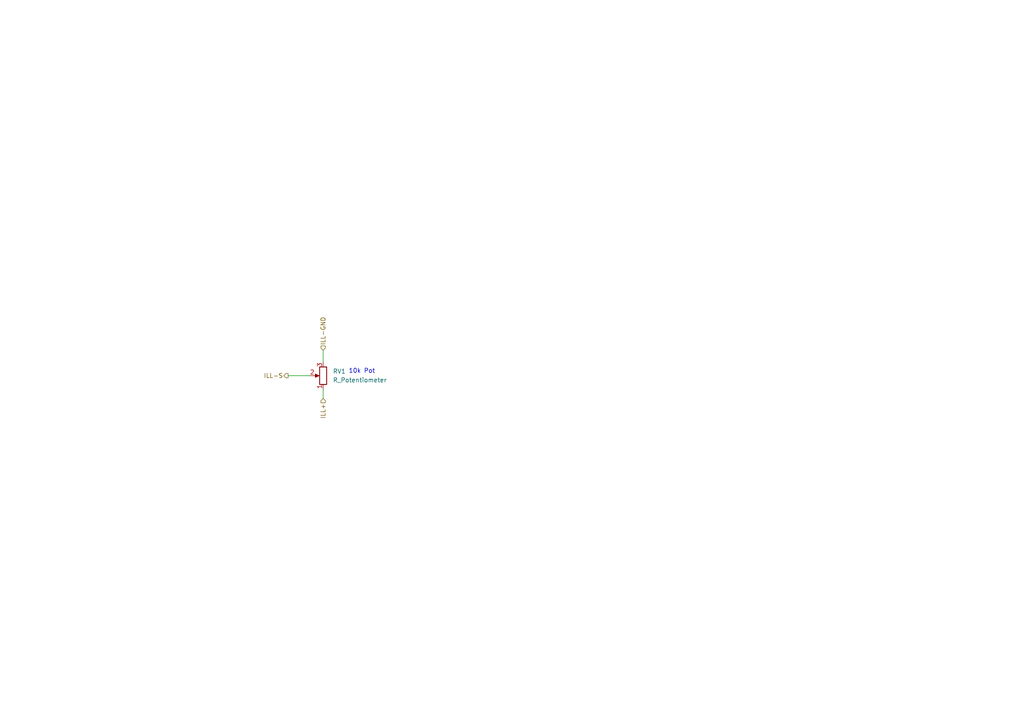
<source format=kicad_sch>
(kicad_sch (version 20230121) (generator eeschema)
  (paper "A4")
  (lib_symbols
    (symbol "Device:R_Potentiometer" (pin_names (offset 1.016) hide)
      (property "Reference" "RV" (at -4.445 0 90))
      (property "Value" "R_Potentiometer" (at -2.54 0 90))
      (symbol "R_Potentiometer_0_1"
        (polyline (pts (xy 2.54 0) (xy 1.524 0)))
        (polyline (pts (xy 1.143 0) (xy 2.286 0.508) (xy 2.286 -0.508) (xy 1.143 0)) (fill (type outline)))
        (rectangle (start 1.016 2.54) (end -1.016 -2.54) (stroke (width 0.254)))
      )
      (symbol "R_Potentiometer_1_1"
        (pin passive line (at 0 3.81 270) (length 1.27) (name "1") (number "1"))
        (pin passive line (at 3.81 0 180) (length 1.27) (name "2") (number "2"))
        (pin passive line (at 0 -3.81 90) (length 1.27) (name "3") (number "3"))
      )
    )
  )
  (wire (pts (xy 93.726 112.776) (xy 93.726 115.57)))
  (wire (pts (xy 83.566 108.966) (xy 89.916 108.966)))
  (wire (pts (xy 93.726 101.6) (xy 93.726 105.156)))
  (text "10k Pot\n" (at 101.092 108.458 0) (effects (font (size 1.27 1.27)) (justify left bottom)))
  (hierarchical_label "ILL+" (shape input) (at 93.726 115.57 270))
  (hierarchical_label "ILL-GND" (shape input) (at 93.726 101.6 90))
  (hierarchical_label "ILL-S" (shape output) (at 83.566 108.966 180))
  (symbol (lib_id "Device:R_Potentiometer") (at 93.726 108.966 180) (unit 1)
    (property "Reference" "RV1" (at 96.52 107.6959 0) (effects (justify right)))
    (property "Value" "R_Potentiometer" (at 96.52 110.2359 0) (effects (justify right)))
    (property "Footprint" "Potentiometer_THT:Potentiometer_Bourns_3386P_Vertical" (effects hide))
  )
)
</source>
